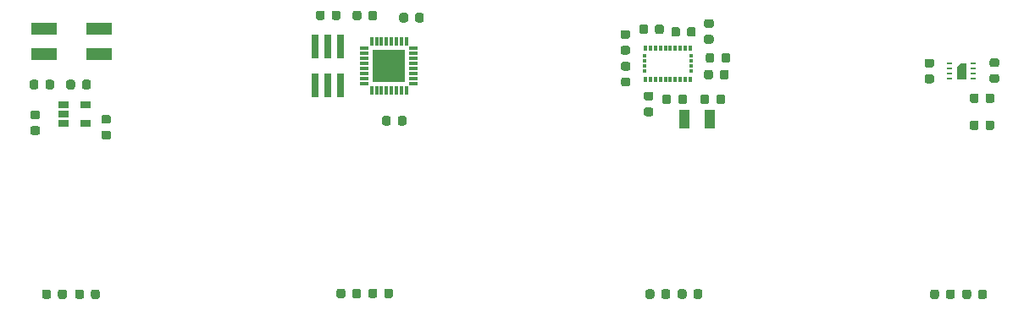
<source format=gtp>
G04 #@! TF.GenerationSoftware,KiCad,Pcbnew,(5.99.0-2415-gbbdd3fce7)*
G04 #@! TF.CreationDate,2020-10-16T14:14:50-07:00*
G04 #@! TF.ProjectId,VineHoop_Islands,56696e65-486f-46f7-905f-49736c616e64,rev?*
G04 #@! TF.SameCoordinates,Original*
G04 #@! TF.FileFunction,Paste,Top*
G04 #@! TF.FilePolarity,Positive*
%FSLAX46Y46*%
G04 Gerber Fmt 4.6, Leading zero omitted, Abs format (unit mm)*
G04 Created by KiCad (PCBNEW (5.99.0-2415-gbbdd3fce7)) date 2020-10-16 14:14:50*
%MOMM*%
%LPD*%
G01*
G04 APERTURE LIST*
%ADD10C,0.010000*%
%ADD11R,0.812800X0.304800*%
%ADD12R,0.304800X0.812800*%
%ADD13R,3.251200X3.251200*%
%ADD14R,0.550000X0.250000*%
%ADD15R,0.300000X0.525000*%
%ADD16R,0.425000X0.300000*%
%ADD17R,1.060000X0.650000*%
%ADD18R,2.540000X1.270000*%
%ADD19R,0.760000X2.400000*%
%ADD20R,1.100000X1.900000*%
G04 APERTURE END LIST*
G36*
X219375000Y-58575000D02*
G01*
X218575000Y-58575000D01*
X218575000Y-57375000D01*
X218875000Y-57075000D01*
X219375000Y-57075000D01*
X219375000Y-58575000D01*
G37*
D10*
X219375000Y-58575000D02*
X218575000Y-58575000D01*
X218575000Y-57375000D01*
X218875000Y-57075000D01*
X219375000Y-57075000D01*
X219375000Y-58575000D01*
G36*
G01*
X192910000Y-60936250D02*
X192910000Y-60423750D01*
G75*
G02*
X193128750Y-60205000I218750J0D01*
G01*
X193566250Y-60205000D01*
G75*
G02*
X193785000Y-60423750I0J-218750D01*
G01*
X193785000Y-60936250D01*
G75*
G02*
X193566250Y-61155000I-218750J0D01*
G01*
X193128750Y-61155000D01*
G75*
G02*
X192910000Y-60936250I0J218750D01*
G01*
G37*
G36*
G01*
X194485000Y-60936250D02*
X194485000Y-60423750D01*
G75*
G02*
X194703750Y-60205000I218750J0D01*
G01*
X195141250Y-60205000D01*
G75*
G02*
X195360000Y-60423750I0J-218750D01*
G01*
X195360000Y-60936250D01*
G75*
G02*
X195141250Y-61155000I-218750J0D01*
G01*
X194703750Y-61155000D01*
G75*
G02*
X194485000Y-60936250I0J218750D01*
G01*
G37*
G36*
G01*
X191550000Y-60423750D02*
X191550000Y-60936250D01*
G75*
G02*
X191331250Y-61155000I-218750J0D01*
G01*
X190893750Y-61155000D01*
G75*
G02*
X190675000Y-60936250I0J218750D01*
G01*
X190675000Y-60423750D01*
G75*
G02*
X190893750Y-60205000I218750J0D01*
G01*
X191331250Y-60205000D01*
G75*
G02*
X191550000Y-60423750I0J-218750D01*
G01*
G37*
G36*
G01*
X189975000Y-60423750D02*
X189975000Y-60936250D01*
G75*
G02*
X189756250Y-61155000I-218750J0D01*
G01*
X189318750Y-61155000D01*
G75*
G02*
X189100000Y-60936250I0J218750D01*
G01*
X189100000Y-60423750D01*
G75*
G02*
X189318750Y-60205000I218750J0D01*
G01*
X189756250Y-60205000D01*
G75*
G02*
X189975000Y-60423750I0J-218750D01*
G01*
G37*
G36*
G01*
X162802000Y-52749250D02*
X162802000Y-52236750D01*
G75*
G02*
X163020750Y-52018000I218750J0D01*
G01*
X163458250Y-52018000D01*
G75*
G02*
X163677000Y-52236750I0J-218750D01*
G01*
X163677000Y-52749250D01*
G75*
G02*
X163458250Y-52968000I-218750J0D01*
G01*
X163020750Y-52968000D01*
G75*
G02*
X162802000Y-52749250I0J218750D01*
G01*
G37*
G36*
G01*
X164377000Y-52749250D02*
X164377000Y-52236750D01*
G75*
G02*
X164595750Y-52018000I218750J0D01*
G01*
X165033250Y-52018000D01*
G75*
G02*
X165252000Y-52236750I0J-218750D01*
G01*
X165252000Y-52749250D01*
G75*
G02*
X165033250Y-52968000I-218750J0D01*
G01*
X164595750Y-52968000D01*
G75*
G02*
X164377000Y-52749250I0J218750D01*
G01*
G37*
G36*
G01*
X193425800Y-56780150D02*
X193425800Y-56267650D01*
G75*
G02*
X193644550Y-56048900I218750J0D01*
G01*
X194082050Y-56048900D01*
G75*
G02*
X194300800Y-56267650I0J-218750D01*
G01*
X194300800Y-56780150D01*
G75*
G02*
X194082050Y-56998900I-218750J0D01*
G01*
X193644550Y-56998900D01*
G75*
G02*
X193425800Y-56780150I0J218750D01*
G01*
G37*
G36*
G01*
X195000800Y-56780150D02*
X195000800Y-56267650D01*
G75*
G02*
X195219550Y-56048900I218750J0D01*
G01*
X195657050Y-56048900D01*
G75*
G02*
X195875800Y-56267650I0J-218750D01*
G01*
X195875800Y-56780150D01*
G75*
G02*
X195657050Y-56998900I-218750J0D01*
G01*
X195219550Y-56998900D01*
G75*
G02*
X195000800Y-56780150I0J218750D01*
G01*
G37*
G36*
G01*
X185646450Y-56188600D02*
X185133950Y-56188600D01*
G75*
G02*
X184915200Y-55969850I0J218750D01*
G01*
X184915200Y-55532350D01*
G75*
G02*
X185133950Y-55313600I218750J0D01*
G01*
X185646450Y-55313600D01*
G75*
G02*
X185865200Y-55532350I0J-218750D01*
G01*
X185865200Y-55969850D01*
G75*
G02*
X185646450Y-56188600I-218750J0D01*
G01*
G37*
G36*
G01*
X185646450Y-54613600D02*
X185133950Y-54613600D01*
G75*
G02*
X184915200Y-54394850I0J218750D01*
G01*
X184915200Y-53957350D01*
G75*
G02*
X185133950Y-53738600I218750J0D01*
G01*
X185646450Y-53738600D01*
G75*
G02*
X185865200Y-53957350I0J-218750D01*
G01*
X185865200Y-54394850D01*
G75*
G02*
X185646450Y-54613600I-218750J0D01*
G01*
G37*
G36*
G01*
X222544850Y-59027700D02*
X222032350Y-59027700D01*
G75*
G02*
X221813600Y-58808950I0J218750D01*
G01*
X221813600Y-58371450D01*
G75*
G02*
X222032350Y-58152700I218750J0D01*
G01*
X222544850Y-58152700D01*
G75*
G02*
X222763600Y-58371450I0J-218750D01*
G01*
X222763600Y-58808950D01*
G75*
G02*
X222544850Y-59027700I-218750J0D01*
G01*
G37*
G36*
G01*
X222544850Y-57452700D02*
X222032350Y-57452700D01*
G75*
G02*
X221813600Y-57233950I0J218750D01*
G01*
X221813600Y-56796450D01*
G75*
G02*
X222032350Y-56577700I218750J0D01*
G01*
X222544850Y-56577700D01*
G75*
G02*
X222763600Y-56796450I0J-218750D01*
G01*
X222763600Y-57233950D01*
G75*
G02*
X222544850Y-57452700I-218750J0D01*
G01*
G37*
D11*
X164230300Y-59071600D03*
X164230300Y-58563600D03*
X164230300Y-58081000D03*
X164230300Y-57573000D03*
X164230300Y-57065000D03*
X164230300Y-56557000D03*
X164230300Y-56074400D03*
X164230300Y-55566400D03*
D12*
X163519100Y-54855200D03*
X163011100Y-54855200D03*
X162528500Y-54855200D03*
X162020500Y-54855200D03*
X161512500Y-54855200D03*
X161004500Y-54855200D03*
X160521900Y-54855200D03*
X160013900Y-54855200D03*
D11*
X159302700Y-55566400D03*
X159302700Y-56074400D03*
X159302700Y-56557000D03*
X159302700Y-57065000D03*
X159302700Y-57573000D03*
X159302700Y-58081000D03*
X159302700Y-58563600D03*
X159302700Y-59071600D03*
D12*
X160013900Y-59782800D03*
X160521900Y-59782800D03*
X161004500Y-59782800D03*
X161512500Y-59782800D03*
X162020500Y-59782800D03*
X162528500Y-59782800D03*
X163011100Y-59782800D03*
X163519100Y-59782800D03*
D13*
X161766500Y-57319000D03*
D14*
X217800000Y-57075000D03*
X217800000Y-57575000D03*
X217800000Y-58075000D03*
X217800000Y-58575000D03*
X220150000Y-58575000D03*
X220150000Y-58075000D03*
X220150000Y-57575000D03*
X220150000Y-57075000D03*
D15*
X191900000Y-58662500D03*
D16*
X191962500Y-57850000D03*
X191962500Y-57350000D03*
X191962500Y-56850000D03*
X191962500Y-56350000D03*
D15*
X191900000Y-55537500D03*
X191400000Y-55537500D03*
X190900000Y-55537500D03*
X190400000Y-55537500D03*
X189900000Y-55537500D03*
X189400000Y-55537500D03*
X188900000Y-55537500D03*
X188400000Y-55537500D03*
X187900000Y-55537500D03*
X187400000Y-55537500D03*
D16*
X187337500Y-56350000D03*
X187337500Y-56850000D03*
X187337500Y-57350000D03*
X187337500Y-57850000D03*
D15*
X187400000Y-58662500D03*
X187900000Y-58662500D03*
X188400000Y-58662500D03*
X188900000Y-58662500D03*
X189400000Y-58662500D03*
X189900000Y-58662500D03*
X190400000Y-58662500D03*
X190900000Y-58662500D03*
X191400000Y-58662500D03*
G36*
G01*
X187464750Y-59921500D02*
X187977250Y-59921500D01*
G75*
G02*
X188196000Y-60140250I0J-218750D01*
G01*
X188196000Y-60577750D01*
G75*
G02*
X187977250Y-60796500I-218750J0D01*
G01*
X187464750Y-60796500D01*
G75*
G02*
X187246000Y-60577750I0J218750D01*
G01*
X187246000Y-60140250D01*
G75*
G02*
X187464750Y-59921500I218750J0D01*
G01*
G37*
G36*
G01*
X187464750Y-61496500D02*
X187977250Y-61496500D01*
G75*
G02*
X188196000Y-61715250I0J-218750D01*
G01*
X188196000Y-62152750D01*
G75*
G02*
X187977250Y-62371500I-218750J0D01*
G01*
X187464750Y-62371500D01*
G75*
G02*
X187246000Y-62152750I0J218750D01*
G01*
X187246000Y-61715250D01*
G75*
G02*
X187464750Y-61496500I218750J0D01*
G01*
G37*
G36*
G01*
X161075000Y-63081250D02*
X161075000Y-62568750D01*
G75*
G02*
X161293750Y-62350000I218750J0D01*
G01*
X161731250Y-62350000D01*
G75*
G02*
X161950000Y-62568750I0J-218750D01*
G01*
X161950000Y-63081250D01*
G75*
G02*
X161731250Y-63300000I-218750J0D01*
G01*
X161293750Y-63300000D01*
G75*
G02*
X161075000Y-63081250I0J218750D01*
G01*
G37*
G36*
G01*
X162650000Y-63081250D02*
X162650000Y-62568750D01*
G75*
G02*
X162868750Y-62350000I218750J0D01*
G01*
X163306250Y-62350000D01*
G75*
G02*
X163525000Y-62568750I0J-218750D01*
G01*
X163525000Y-63081250D01*
G75*
G02*
X163306250Y-63300000I-218750J0D01*
G01*
X162868750Y-63300000D01*
G75*
G02*
X162650000Y-63081250I0J218750D01*
G01*
G37*
G36*
G01*
X216044850Y-59065200D02*
X215532350Y-59065200D01*
G75*
G02*
X215313600Y-58846450I0J218750D01*
G01*
X215313600Y-58408950D01*
G75*
G02*
X215532350Y-58190200I218750J0D01*
G01*
X216044850Y-58190200D01*
G75*
G02*
X216263600Y-58408950I0J-218750D01*
G01*
X216263600Y-58846450D01*
G75*
G02*
X216044850Y-59065200I-218750J0D01*
G01*
G37*
G36*
G01*
X216044850Y-57490200D02*
X215532350Y-57490200D01*
G75*
G02*
X215313600Y-57271450I0J218750D01*
G01*
X215313600Y-56833950D01*
G75*
G02*
X215532350Y-56615200I218750J0D01*
G01*
X216044850Y-56615200D01*
G75*
G02*
X216263600Y-56833950I0J-218750D01*
G01*
X216263600Y-57271450D01*
G75*
G02*
X216044850Y-57490200I-218750J0D01*
G01*
G37*
G36*
G01*
X189240000Y-53398750D02*
X189240000Y-53911250D01*
G75*
G02*
X189021250Y-54130000I-218750J0D01*
G01*
X188583750Y-54130000D01*
G75*
G02*
X188365000Y-53911250I0J218750D01*
G01*
X188365000Y-53398750D01*
G75*
G02*
X188583750Y-53180000I218750J0D01*
G01*
X189021250Y-53180000D01*
G75*
G02*
X189240000Y-53398750I0J-218750D01*
G01*
G37*
G36*
G01*
X187665000Y-53398750D02*
X187665000Y-53911250D01*
G75*
G02*
X187446250Y-54130000I-218750J0D01*
G01*
X187008750Y-54130000D01*
G75*
G02*
X186790000Y-53911250I0J218750D01*
G01*
X186790000Y-53398750D01*
G75*
G02*
X187008750Y-53180000I218750J0D01*
G01*
X187446250Y-53180000D01*
G75*
G02*
X187665000Y-53398750I0J-218750D01*
G01*
G37*
G36*
G01*
X194001250Y-55097500D02*
X193488750Y-55097500D01*
G75*
G02*
X193270000Y-54878750I0J218750D01*
G01*
X193270000Y-54441250D01*
G75*
G02*
X193488750Y-54222500I218750J0D01*
G01*
X194001250Y-54222500D01*
G75*
G02*
X194220000Y-54441250I0J-218750D01*
G01*
X194220000Y-54878750D01*
G75*
G02*
X194001250Y-55097500I-218750J0D01*
G01*
G37*
G36*
G01*
X194001250Y-53522500D02*
X193488750Y-53522500D01*
G75*
G02*
X193270000Y-53303750I0J218750D01*
G01*
X193270000Y-52866250D01*
G75*
G02*
X193488750Y-52647500I218750J0D01*
G01*
X194001250Y-52647500D01*
G75*
G02*
X194220000Y-52866250I0J-218750D01*
G01*
X194220000Y-53303750D01*
G75*
G02*
X194001250Y-53522500I-218750J0D01*
G01*
G37*
G36*
G01*
X189986500Y-54170250D02*
X189986500Y-53657750D01*
G75*
G02*
X190205250Y-53439000I218750J0D01*
G01*
X190642750Y-53439000D01*
G75*
G02*
X190861500Y-53657750I0J-218750D01*
G01*
X190861500Y-54170250D01*
G75*
G02*
X190642750Y-54389000I-218750J0D01*
G01*
X190205250Y-54389000D01*
G75*
G02*
X189986500Y-54170250I0J218750D01*
G01*
G37*
G36*
G01*
X191561500Y-54170250D02*
X191561500Y-53657750D01*
G75*
G02*
X191780250Y-53439000I218750J0D01*
G01*
X192217750Y-53439000D01*
G75*
G02*
X192436500Y-53657750I0J-218750D01*
G01*
X192436500Y-54170250D01*
G75*
G02*
X192217750Y-54389000I-218750J0D01*
G01*
X191780250Y-54389000D01*
G75*
G02*
X191561500Y-54170250I0J218750D01*
G01*
G37*
G36*
G01*
X185178750Y-56924500D02*
X185691250Y-56924500D01*
G75*
G02*
X185910000Y-57143250I0J-218750D01*
G01*
X185910000Y-57580750D01*
G75*
G02*
X185691250Y-57799500I-218750J0D01*
G01*
X185178750Y-57799500D01*
G75*
G02*
X184960000Y-57580750I0J218750D01*
G01*
X184960000Y-57143250D01*
G75*
G02*
X185178750Y-56924500I218750J0D01*
G01*
G37*
G36*
G01*
X185178750Y-58499500D02*
X185691250Y-58499500D01*
G75*
G02*
X185910000Y-58718250I0J-218750D01*
G01*
X185910000Y-59155750D01*
G75*
G02*
X185691250Y-59374500I-218750J0D01*
G01*
X185178750Y-59374500D01*
G75*
G02*
X184960000Y-59155750I0J218750D01*
G01*
X184960000Y-58718250D01*
G75*
G02*
X185178750Y-58499500I218750J0D01*
G01*
G37*
G36*
G01*
X133243750Y-62245803D02*
X133756250Y-62245803D01*
G75*
G02*
X133975000Y-62464553I0J-218750D01*
G01*
X133975000Y-62902053D01*
G75*
G02*
X133756250Y-63120803I-218750J0D01*
G01*
X133243750Y-63120803D01*
G75*
G02*
X133025000Y-62902053I0J218750D01*
G01*
X133025000Y-62464553D01*
G75*
G02*
X133243750Y-62245803I218750J0D01*
G01*
G37*
G36*
G01*
X133243750Y-63820803D02*
X133756250Y-63820803D01*
G75*
G02*
X133975000Y-64039553I0J-218750D01*
G01*
X133975000Y-64477053D01*
G75*
G02*
X133756250Y-64695803I-218750J0D01*
G01*
X133243750Y-64695803D01*
G75*
G02*
X133025000Y-64477053I0J218750D01*
G01*
X133025000Y-64039553D01*
G75*
G02*
X133243750Y-63820803I218750J0D01*
G01*
G37*
D17*
X129238899Y-61183303D03*
X129238899Y-62133303D03*
X129238899Y-63083303D03*
X131438899Y-63083303D03*
X131438899Y-61183303D03*
G36*
G01*
X154470600Y-52514850D02*
X154470600Y-52002350D01*
G75*
G02*
X154689350Y-51783600I218750J0D01*
G01*
X155126850Y-51783600D01*
G75*
G02*
X155345600Y-52002350I0J-218750D01*
G01*
X155345600Y-52514850D01*
G75*
G02*
X155126850Y-52733600I-218750J0D01*
G01*
X154689350Y-52733600D01*
G75*
G02*
X154470600Y-52514850I0J218750D01*
G01*
G37*
G36*
G01*
X156045600Y-52514850D02*
X156045600Y-52002350D01*
G75*
G02*
X156264350Y-51783600I218750J0D01*
G01*
X156701850Y-51783600D01*
G75*
G02*
X156920600Y-52002350I0J-218750D01*
G01*
X156920600Y-52514850D01*
G75*
G02*
X156701850Y-52733600I-218750J0D01*
G01*
X156264350Y-52733600D01*
G75*
G02*
X156045600Y-52514850I0J218750D01*
G01*
G37*
G36*
G01*
X158128500Y-52540250D02*
X158128500Y-52027750D01*
G75*
G02*
X158347250Y-51809000I218750J0D01*
G01*
X158784750Y-51809000D01*
G75*
G02*
X159003500Y-52027750I0J-218750D01*
G01*
X159003500Y-52540250D01*
G75*
G02*
X158784750Y-52759000I-218750J0D01*
G01*
X158347250Y-52759000D01*
G75*
G02*
X158128500Y-52540250I0J218750D01*
G01*
G37*
G36*
G01*
X159703500Y-52540250D02*
X159703500Y-52027750D01*
G75*
G02*
X159922250Y-51809000I218750J0D01*
G01*
X160359750Y-51809000D01*
G75*
G02*
X160578500Y-52027750I0J-218750D01*
G01*
X160578500Y-52540250D01*
G75*
G02*
X160359750Y-52759000I-218750J0D01*
G01*
X159922250Y-52759000D01*
G75*
G02*
X159703500Y-52540250I0J218750D01*
G01*
G37*
G36*
G01*
X125854900Y-59456250D02*
X125854900Y-58943750D01*
G75*
G02*
X126073650Y-58725000I218750J0D01*
G01*
X126511150Y-58725000D01*
G75*
G02*
X126729900Y-58943750I0J-218750D01*
G01*
X126729900Y-59456250D01*
G75*
G02*
X126511150Y-59675000I-218750J0D01*
G01*
X126073650Y-59675000D01*
G75*
G02*
X125854900Y-59456250I0J218750D01*
G01*
G37*
G36*
G01*
X127429900Y-59456250D02*
X127429900Y-58943750D01*
G75*
G02*
X127648650Y-58725000I218750J0D01*
G01*
X128086150Y-58725000D01*
G75*
G02*
X128304900Y-58943750I0J-218750D01*
G01*
X128304900Y-59456250D01*
G75*
G02*
X128086150Y-59675000I-218750J0D01*
G01*
X127648650Y-59675000D01*
G75*
G02*
X127429900Y-59456250I0J218750D01*
G01*
G37*
G36*
G01*
X131962500Y-58943750D02*
X131962500Y-59456250D01*
G75*
G02*
X131743750Y-59675000I-218750J0D01*
G01*
X131306250Y-59675000D01*
G75*
G02*
X131087500Y-59456250I0J218750D01*
G01*
X131087500Y-58943750D01*
G75*
G02*
X131306250Y-58725000I218750J0D01*
G01*
X131743750Y-58725000D01*
G75*
G02*
X131962500Y-58943750I0J-218750D01*
G01*
G37*
G36*
G01*
X130387500Y-58943750D02*
X130387500Y-59456250D01*
G75*
G02*
X130168750Y-59675000I-218750J0D01*
G01*
X129731250Y-59675000D01*
G75*
G02*
X129512500Y-59456250I0J218750D01*
G01*
X129512500Y-58943750D01*
G75*
G02*
X129731250Y-58725000I218750J0D01*
G01*
X130168750Y-58725000D01*
G75*
G02*
X130387500Y-58943750I0J-218750D01*
G01*
G37*
G36*
G01*
X195723300Y-57944850D02*
X195723300Y-58457350D01*
G75*
G02*
X195504550Y-58676100I-218750J0D01*
G01*
X195067050Y-58676100D01*
G75*
G02*
X194848300Y-58457350I0J218750D01*
G01*
X194848300Y-57944850D01*
G75*
G02*
X195067050Y-57726100I218750J0D01*
G01*
X195504550Y-57726100D01*
G75*
G02*
X195723300Y-57944850I0J-218750D01*
G01*
G37*
G36*
G01*
X194148300Y-57944850D02*
X194148300Y-58457350D01*
G75*
G02*
X193929550Y-58676100I-218750J0D01*
G01*
X193492050Y-58676100D01*
G75*
G02*
X193273300Y-58457350I0J218750D01*
G01*
X193273300Y-57944850D01*
G75*
G02*
X193492050Y-57726100I218750J0D01*
G01*
X193929550Y-57726100D01*
G75*
G02*
X194148300Y-57944850I0J-218750D01*
G01*
G37*
D18*
X127311101Y-53616800D03*
X132771101Y-53616800D03*
X127311101Y-56156800D03*
X132771101Y-56156800D03*
D19*
X154400500Y-59269000D03*
X154400500Y-55369000D03*
X155670500Y-59269000D03*
X155670500Y-55369000D03*
X156940500Y-59269000D03*
X156940500Y-55369000D03*
D20*
X193817000Y-62696000D03*
X191317000Y-62696000D03*
G36*
G01*
X162158428Y-79859985D02*
X162158428Y-80372485D01*
G75*
G02*
X161939678Y-80591235I-218750J0D01*
G01*
X161502178Y-80591235D01*
G75*
G02*
X161283428Y-80372485I0J218750D01*
G01*
X161283428Y-79859985D01*
G75*
G02*
X161502178Y-79641235I218750J0D01*
G01*
X161939678Y-79641235D01*
G75*
G02*
X162158428Y-79859985I0J-218750D01*
G01*
G37*
G36*
G01*
X160583428Y-79859985D02*
X160583428Y-80372485D01*
G75*
G02*
X160364678Y-80591235I-218750J0D01*
G01*
X159927178Y-80591235D01*
G75*
G02*
X159708428Y-80372485I0J218750D01*
G01*
X159708428Y-79859985D01*
G75*
G02*
X159927178Y-79641235I218750J0D01*
G01*
X160364678Y-79641235D01*
G75*
G02*
X160583428Y-79859985I0J-218750D01*
G01*
G37*
G36*
G01*
X221534028Y-79953158D02*
X221534028Y-80465658D01*
G75*
G02*
X221315278Y-80684408I-218750J0D01*
G01*
X220877778Y-80684408D01*
G75*
G02*
X220659028Y-80465658I0J218750D01*
G01*
X220659028Y-79953158D01*
G75*
G02*
X220877778Y-79734408I218750J0D01*
G01*
X221315278Y-79734408D01*
G75*
G02*
X221534028Y-79953158I0J-218750D01*
G01*
G37*
G36*
G01*
X219959028Y-79953158D02*
X219959028Y-80465658D01*
G75*
G02*
X219740278Y-80684408I-218750J0D01*
G01*
X219302778Y-80684408D01*
G75*
G02*
X219084028Y-80465658I0J218750D01*
G01*
X219084028Y-79953158D01*
G75*
G02*
X219302778Y-79734408I218750J0D01*
G01*
X219740278Y-79734408D01*
G75*
G02*
X219959028Y-79953158I0J-218750D01*
G01*
G37*
G36*
G01*
X193087015Y-79924278D02*
X193087015Y-80436778D01*
G75*
G02*
X192868265Y-80655528I-218750J0D01*
G01*
X192430765Y-80655528D01*
G75*
G02*
X192212015Y-80436778I0J218750D01*
G01*
X192212015Y-79924278D01*
G75*
G02*
X192430765Y-79705528I218750J0D01*
G01*
X192868265Y-79705528D01*
G75*
G02*
X193087015Y-79924278I0J-218750D01*
G01*
G37*
G36*
G01*
X191512015Y-79924278D02*
X191512015Y-80436778D01*
G75*
G02*
X191293265Y-80655528I-218750J0D01*
G01*
X190855765Y-80655528D01*
G75*
G02*
X190637015Y-80436778I0J218750D01*
G01*
X190637015Y-79924278D01*
G75*
G02*
X190855765Y-79705528I218750J0D01*
G01*
X191293265Y-79705528D01*
G75*
G02*
X191512015Y-79924278I0J-218750D01*
G01*
G37*
G36*
G01*
X127105000Y-80456250D02*
X127105000Y-79943750D01*
G75*
G02*
X127323750Y-79725000I218750J0D01*
G01*
X127761250Y-79725000D01*
G75*
G02*
X127980000Y-79943750I0J-218750D01*
G01*
X127980000Y-80456250D01*
G75*
G02*
X127761250Y-80675000I-218750J0D01*
G01*
X127323750Y-80675000D01*
G75*
G02*
X127105000Y-80456250I0J218750D01*
G01*
G37*
G36*
G01*
X128680000Y-80456250D02*
X128680000Y-79943750D01*
G75*
G02*
X128898750Y-79725000I218750J0D01*
G01*
X129336250Y-79725000D01*
G75*
G02*
X129555000Y-79943750I0J-218750D01*
G01*
X129555000Y-80456250D01*
G75*
G02*
X129336250Y-80675000I-218750J0D01*
G01*
X128898750Y-80675000D01*
G75*
G02*
X128680000Y-80456250I0J218750D01*
G01*
G37*
G36*
G01*
X219825000Y-63536250D02*
X219825000Y-63023750D01*
G75*
G02*
X220043750Y-62805000I218750J0D01*
G01*
X220481250Y-62805000D01*
G75*
G02*
X220700000Y-63023750I0J-218750D01*
G01*
X220700000Y-63536250D01*
G75*
G02*
X220481250Y-63755000I-218750J0D01*
G01*
X220043750Y-63755000D01*
G75*
G02*
X219825000Y-63536250I0J218750D01*
G01*
G37*
G36*
G01*
X221400000Y-63536250D02*
X221400000Y-63023750D01*
G75*
G02*
X221618750Y-62805000I218750J0D01*
G01*
X222056250Y-62805000D01*
G75*
G02*
X222275000Y-63023750I0J-218750D01*
G01*
X222275000Y-63536250D01*
G75*
G02*
X222056250Y-63755000I-218750J0D01*
G01*
X221618750Y-63755000D01*
G75*
G02*
X221400000Y-63536250I0J218750D01*
G01*
G37*
G36*
G01*
X215872500Y-80456250D02*
X215872500Y-79943750D01*
G75*
G02*
X216091250Y-79725000I218750J0D01*
G01*
X216528750Y-79725000D01*
G75*
G02*
X216747500Y-79943750I0J-218750D01*
G01*
X216747500Y-80456250D01*
G75*
G02*
X216528750Y-80675000I-218750J0D01*
G01*
X216091250Y-80675000D01*
G75*
G02*
X215872500Y-80456250I0J218750D01*
G01*
G37*
G36*
G01*
X217447500Y-80456250D02*
X217447500Y-79943750D01*
G75*
G02*
X217666250Y-79725000I218750J0D01*
G01*
X218103750Y-79725000D01*
G75*
G02*
X218322500Y-79943750I0J-218750D01*
G01*
X218322500Y-80456250D01*
G75*
G02*
X218103750Y-80675000I-218750J0D01*
G01*
X217666250Y-80675000D01*
G75*
G02*
X217447500Y-80456250I0J218750D01*
G01*
G37*
G36*
G01*
X132855000Y-79943750D02*
X132855000Y-80456250D01*
G75*
G02*
X132636250Y-80675000I-218750J0D01*
G01*
X132198750Y-80675000D01*
G75*
G02*
X131980000Y-80456250I0J218750D01*
G01*
X131980000Y-79943750D01*
G75*
G02*
X132198750Y-79725000I218750J0D01*
G01*
X132636250Y-79725000D01*
G75*
G02*
X132855000Y-79943750I0J-218750D01*
G01*
G37*
G36*
G01*
X131280000Y-79943750D02*
X131280000Y-80456250D01*
G75*
G02*
X131061250Y-80675000I-218750J0D01*
G01*
X130623750Y-80675000D01*
G75*
G02*
X130405000Y-80456250I0J218750D01*
G01*
X130405000Y-79943750D01*
G75*
G02*
X130623750Y-79725000I218750J0D01*
G01*
X131061250Y-79725000D01*
G75*
G02*
X131280000Y-79943750I0J-218750D01*
G01*
G37*
G36*
G01*
X156527500Y-80396250D02*
X156527500Y-79883750D01*
G75*
G02*
X156746250Y-79665000I218750J0D01*
G01*
X157183750Y-79665000D01*
G75*
G02*
X157402500Y-79883750I0J-218750D01*
G01*
X157402500Y-80396250D01*
G75*
G02*
X157183750Y-80615000I-218750J0D01*
G01*
X156746250Y-80615000D01*
G75*
G02*
X156527500Y-80396250I0J218750D01*
G01*
G37*
G36*
G01*
X158102500Y-80396250D02*
X158102500Y-79883750D01*
G75*
G02*
X158321250Y-79665000I218750J0D01*
G01*
X158758750Y-79665000D01*
G75*
G02*
X158977500Y-79883750I0J-218750D01*
G01*
X158977500Y-80396250D01*
G75*
G02*
X158758750Y-80615000I-218750J0D01*
G01*
X158321250Y-80615000D01*
G75*
G02*
X158102500Y-80396250I0J218750D01*
G01*
G37*
G36*
G01*
X222285000Y-60313750D02*
X222285000Y-60826250D01*
G75*
G02*
X222066250Y-61045000I-218750J0D01*
G01*
X221628750Y-61045000D01*
G75*
G02*
X221410000Y-60826250I0J218750D01*
G01*
X221410000Y-60313750D01*
G75*
G02*
X221628750Y-60095000I218750J0D01*
G01*
X222066250Y-60095000D01*
G75*
G02*
X222285000Y-60313750I0J-218750D01*
G01*
G37*
G36*
G01*
X220710000Y-60313750D02*
X220710000Y-60826250D01*
G75*
G02*
X220491250Y-61045000I-218750J0D01*
G01*
X220053750Y-61045000D01*
G75*
G02*
X219835000Y-60826250I0J218750D01*
G01*
X219835000Y-60313750D01*
G75*
G02*
X220053750Y-60095000I218750J0D01*
G01*
X220491250Y-60095000D01*
G75*
G02*
X220710000Y-60313750I0J-218750D01*
G01*
G37*
G36*
G01*
X187422250Y-80450500D02*
X187422250Y-79938000D01*
G75*
G02*
X187641000Y-79719250I218750J0D01*
G01*
X188078500Y-79719250D01*
G75*
G02*
X188297250Y-79938000I0J-218750D01*
G01*
X188297250Y-80450500D01*
G75*
G02*
X188078500Y-80669250I-218750J0D01*
G01*
X187641000Y-80669250D01*
G75*
G02*
X187422250Y-80450500I0J218750D01*
G01*
G37*
G36*
G01*
X188997250Y-80450500D02*
X188997250Y-79938000D01*
G75*
G02*
X189216000Y-79719250I218750J0D01*
G01*
X189653500Y-79719250D01*
G75*
G02*
X189872250Y-79938000I0J-218750D01*
G01*
X189872250Y-80450500D01*
G75*
G02*
X189653500Y-80669250I-218750J0D01*
G01*
X189216000Y-80669250D01*
G75*
G02*
X188997250Y-80450500I0J218750D01*
G01*
G37*
G36*
G01*
X126143750Y-61795803D02*
X126656250Y-61795803D01*
G75*
G02*
X126875000Y-62014553I0J-218750D01*
G01*
X126875000Y-62452053D01*
G75*
G02*
X126656250Y-62670803I-218750J0D01*
G01*
X126143750Y-62670803D01*
G75*
G02*
X125925000Y-62452053I0J218750D01*
G01*
X125925000Y-62014553D01*
G75*
G02*
X126143750Y-61795803I218750J0D01*
G01*
G37*
G36*
G01*
X126143750Y-63370803D02*
X126656250Y-63370803D01*
G75*
G02*
X126875000Y-63589553I0J-218750D01*
G01*
X126875000Y-64027053D01*
G75*
G02*
X126656250Y-64245803I-218750J0D01*
G01*
X126143750Y-64245803D01*
G75*
G02*
X125925000Y-64027053I0J218750D01*
G01*
X125925000Y-63589553D01*
G75*
G02*
X126143750Y-63370803I218750J0D01*
G01*
G37*
M02*

</source>
